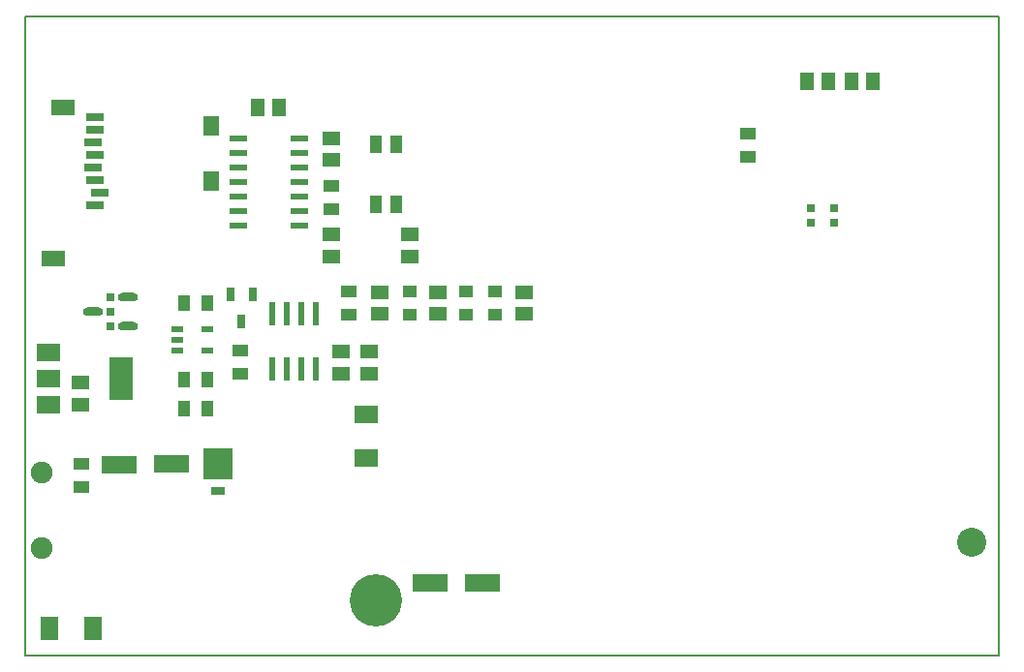
<source format=gtp>
G04 #@! TF.FileFunction,Paste,Top*
%FSLAX46Y46*%
G04 Gerber Fmt 4.6, Leading zero omitted, Abs format (unit mm)*
G04 Created by KiCad (PCBNEW (after 2015-may-25 BZR unknown)-product) date 31/07/2015 1:29:45 PM*
%MOMM*%
G01*
G04 APERTURE LIST*
%ADD10C,0.150000*%
%ADD11C,0.127000*%
%ADD12R,1.498600X0.800100*%
%ADD13R,1.998980X1.420000*%
%ADD14R,1.998980X1.450340*%
%ADD15R,1.400000X1.800000*%
%ADD16R,1.422400X1.066800*%
%ADD17R,1.270000X1.016000*%
%ADD18R,1.549400X0.500380*%
%ADD19R,1.000760X1.501140*%
%ADD20R,1.066800X1.422400*%
%ADD21R,1.300480X1.498600*%
%ADD22R,1.498600X1.300480*%
%ADD23R,1.117600X0.599440*%
%ADD24R,2.032000X3.810000*%
%ADD25R,2.032000X1.524000*%
%ADD26R,0.800100X1.198880*%
%ADD27R,0.609600X2.032000*%
%ADD28R,3.048000X1.625600*%
%ADD29C,1.905000*%
%ADD30R,0.762000X0.762000*%
%ADD31R,1.524000X2.032000*%
%ADD32R,2.540000X2.667000*%
%ADD33R,1.270000X0.762000*%
%ADD34O,1.778000X0.762000*%
%ADD35C,4.572000*%
%ADD36C,2.540000*%
G04 APERTURE END LIST*
D10*
D11*
X110490000Y-81280000D02*
X110490000Y-25400000D01*
X25400000Y-25400000D02*
X110490000Y-25400000D01*
X110490000Y-81280000D02*
X25400000Y-81280000D01*
X25400000Y-81280000D02*
X25400000Y-25400000D01*
D12*
X31496000Y-41907460D03*
X31896000Y-40808000D03*
X31496000Y-39707820D03*
X31296000Y-38608000D03*
X31496000Y-37508180D03*
X31296000Y-36408000D03*
X31496000Y-35308540D03*
X31496000Y-34208720D03*
D13*
X28746000Y-33418000D03*
D14*
X27896000Y-46568000D03*
D15*
X41696000Y-39818000D03*
X41696000Y-35018000D03*
D16*
X30289500Y-66611500D03*
X30289500Y-64579500D03*
X44196000Y-54673500D03*
X44196000Y-56705500D03*
D17*
X58991500Y-49466500D03*
X58991500Y-51498500D03*
X66484500Y-51498500D03*
X66484500Y-49466500D03*
X63944500Y-51498500D03*
X63944500Y-49466500D03*
D16*
X52197000Y-42291000D03*
X52197000Y-40259000D03*
D18*
X44005500Y-36131500D03*
X44005500Y-37401500D03*
X44005500Y-38671500D03*
X44005500Y-39941500D03*
X44005500Y-41211500D03*
X44005500Y-42481500D03*
X44005500Y-43751500D03*
X49339500Y-43751500D03*
X49339500Y-42481500D03*
X49339500Y-41211500D03*
X49339500Y-39941500D03*
X49339500Y-38671500D03*
X49339500Y-37401500D03*
X49339500Y-36131500D03*
D19*
X56070500Y-36639500D03*
X56070500Y-41846500D03*
X57848500Y-41846500D03*
X57848500Y-36639500D03*
D16*
X88582500Y-35687000D03*
X88582500Y-37719000D03*
D20*
X39306500Y-59753500D03*
X41338500Y-59753500D03*
X41338500Y-50482500D03*
X39306500Y-50482500D03*
X39306500Y-57213500D03*
X41338500Y-57213500D03*
D21*
X47625000Y-33401000D03*
X45720000Y-33401000D03*
D22*
X52197000Y-37973000D03*
X52197000Y-36068000D03*
X52197000Y-46418500D03*
X52197000Y-44513500D03*
X58991500Y-46418500D03*
X58991500Y-44513500D03*
X61468000Y-49530000D03*
X61468000Y-51435000D03*
X69024500Y-49530000D03*
X69024500Y-51435000D03*
X53022500Y-54737000D03*
X53022500Y-56642000D03*
X55499000Y-56642000D03*
X55499000Y-54737000D03*
X56388000Y-49530000D03*
X56388000Y-51435000D03*
D23*
X38671500Y-52768500D03*
X38671500Y-54673500D03*
X38671500Y-53721000D03*
X41338500Y-54673500D03*
X41338500Y-52768500D03*
D24*
X33782000Y-57086500D03*
D25*
X27432000Y-57086500D03*
X27432000Y-59372500D03*
X27432000Y-54800500D03*
D26*
X45275500Y-49720500D03*
X44323000Y-52133500D03*
X43370500Y-49720500D03*
D27*
X46990000Y-51435000D03*
X46990000Y-56261000D03*
X48260000Y-51435000D03*
X49530000Y-51435000D03*
X50800000Y-51435000D03*
X48260000Y-56261000D03*
X49530000Y-56261000D03*
X50800000Y-56261000D03*
D16*
X53721000Y-49466500D03*
X53721000Y-51498500D03*
D28*
X60769500Y-74993500D03*
X65341500Y-74930000D03*
X38163500Y-64579500D03*
X33591500Y-64643000D03*
D29*
X26860500Y-71882000D03*
X26860500Y-65278000D03*
D30*
X96075500Y-43434000D03*
X96075500Y-42227500D03*
X94043500Y-43434000D03*
X94043500Y-42227500D03*
D31*
X31305500Y-78930500D03*
X27495500Y-78930500D03*
D25*
X55181500Y-60261500D03*
X55181500Y-64071500D03*
D32*
X42291000Y-64579500D03*
D33*
X42291000Y-66929000D03*
D34*
X34417000Y-49974500D03*
X34417000Y-52514500D03*
X31369000Y-51244500D03*
D30*
X32893000Y-52514500D03*
X32893000Y-51244500D03*
X32893000Y-49974500D03*
D22*
X30226000Y-59372500D03*
X30226000Y-57467500D03*
D35*
X56070500Y-76517500D03*
D36*
X108140500Y-71437500D03*
D21*
X93726000Y-31115000D03*
X95631000Y-31115000D03*
X97599500Y-31115000D03*
X99504500Y-31115000D03*
M02*

</source>
